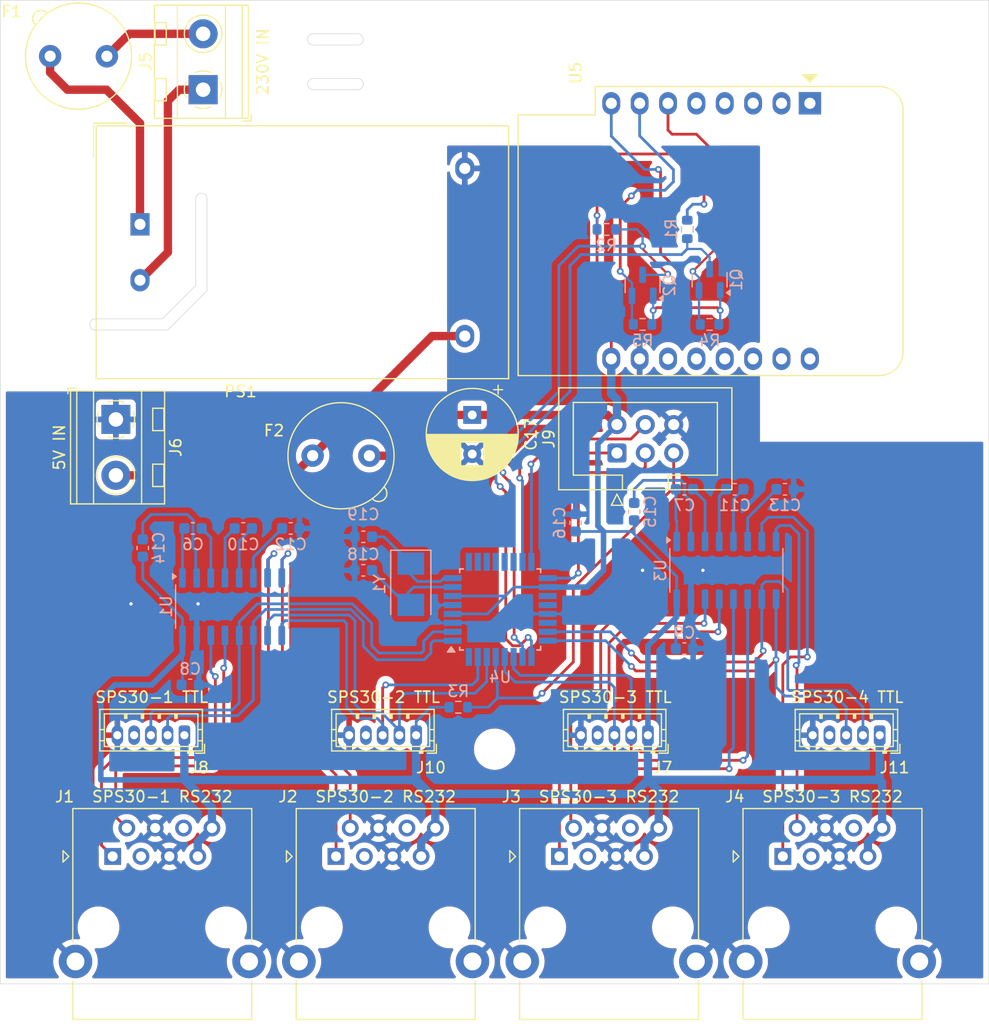
<source format=kicad_pcb>
(kicad_pcb (version 20221018) (generator pcbnew)
  (layers (0 "F.Cu" signal) (31 "B.Cu" signal) (34 "B.Paste" user) (35 "F.Paste" user) (36 "B.SilkS" user "B.Silkscreen") (37 "F.SilkS" user "F.Silkscreen") (38 "B.Mask" user) (39 "F.Mask" user) (44 "Edge.Cuts" user))
  (net 0 "")
  (net 1 "Net-(U1-C1+)")
  (net 2 "Net-(U1-C1-)")
  (net 3 "GND")
  (net 4 "+5V")
  (net 5 "Net-(U1-C2+)")
  (net 6 "Net-(U1-C2-)")
  (net 7 "Net-(U1-VS-)")
  (net 8 "Net-(U1-VS+)")
  (net 9 "Net-(U3-C1+)")
  (net 10 "Net-(U3-C1-)")
  (net 11 "Net-(U3-C2+)")
  (net 12 "Net-(U3-C2-)")
  (net 13 "Net-(U3-VS-)")
  (net 14 "Net-(U3-VS+)")
  (net 15 "Net-(PS1-AC{slash}L)")
  (net 16 "Sensor1 RX")
  (net 17 "Sensor1 TX")
  (net 18 "Sensor2 RX")
  (net 19 "Sensor2 TX")
  (net 20 "Sensor3 RX")
  (net 21 "Sensor3 TX")
  (net 22 "Sensor4 RX")
  (net 23 "Sensor4 TX")
  (net 24 "Net-(U3-T1OUT)")
  (net 25 "Net-(U3-R1IN)")
  (net 26 "Net-(U3-T2OUT)")
  (net 27 "Net-(U3-R2IN)")
  (net 28 "Net-(U1-T1OUT)")
  (net 29 "Net-(U1-R1IN)")
  (net 30 "Net-(U1-T2OUT)")
  (net 31 "Net-(U1-R2IN)")
  (net 32 "Net-(J9-MISO)")
  (net 33 "Net-(J9-SCK)")
  (net 34 "Net-(J9-MOSI)")
  (net 35 "Net-(J9-~{RST})")
  (net 36 "+3.3V")
  (net 37 "Net-(Q1-S)")
  (net 38 "Net-(Q1-D)")
  (net 39 "Net-(Q2-S)")
  (net 40 "Net-(Q2-D)")
  (net 45 "Net-(U4-XTAL1{slash}PB6)")
  (net 46 "Net-(U4-XTAL2{slash}PB7)")
  (net 47 "Net-(J5-Pin_2)")
  (net 48 "Net-(J6-Pin_2)")
  (net 57 "Net-(J5-Pin_1)")
  (footprint "Connector_RJ:RJ45_Ninigi_GE" (layer "F.Cu") (at 87.555 155.595)
    (fp_text reference "J3")
    (fp_text value "SPS30-3 RS232")
  )
  (footprint "Connector_RJ:RJ45_Ninigi_GE" (layer "F.Cu") (at 47.555 155.595)
    (fp_text reference "J1")
    (fp_text value "SPS30-1 RS232")
  )
  (footprint "Capacitor_THT:CP_Radial_D8.0mm_P3.50mm" (layer "F.Cu") (at 79.75 116.097349 -90)
    (fp_text reference "C17")
    (fp_text value "47uF/16V")
  )
  (footprint "footprints:JST_ZH_B5B-ZR_1x5_P1.50mm_Vertical" (layer "F.Cu") (at 116.228 144.75 180)
    (fp_text reference "J11")
    (fp_text value "SPS30-4 TTL")
  )
  (footprint "footprints:JST_ZH_B5B-ZR_1x5_P1.50mm_Vertical" (layer "F.Cu") (at 74.728 144.75 180)
    (fp_text reference "J10")
    (fp_text value "SPS30-2 TTL")
  )
  (footprint "MountingHole:MountingHole_3.2mm_M3_ISO14580" (layer "F.Cu") (at 81.75 146)
    (fp_text reference "H1" hide)
    (fp_text value "MountingHole" hide)
  )
  (footprint "Fuse:Fuseholder_TR5_Littelfuse_No560_No460" (layer "F.Cu") (at 65.46 119.74)
    (fp_text reference "F2")
    (fp_text value "Fuse")
  )
  (footprint "Module:WEMOS_D1_mini_light" (layer "F.Cu") (at 109.9775 88.2175 -90)
    (fp_text reference "U5")
    (fp_text value "WeMos_D1_mini")
  )
  (footprint "TerminalBlock_MetzConnect:TerminalBlock_MetzConnect_Type094_RT03502HBLU_1x02_P5.00mm_Horizontal" (layer "F.Cu") (at 55.655 87 90)
    (fp_text reference "J5")
    (fp_text value "230V IN")
  )
  (footprint "Connector_IDC:IDC-Header_2x03_P2.54mm_Vertical" (layer "F.Cu") (at 92.705 119.5025 90)
    (fp_text reference "J9")
    (fp_text value "AVR-ISP")
  )
  (footprint "Connector_RJ:RJ45_Ninigi_GE" (layer "F.Cu") (at 107.555 155.595)
    (fp_text reference "J4")
    (fp_text value "SPS30-3 RS232")
  )
  (footprint "Fuse:Fuseholder_TR5_Littelfuse_No560_No460" (layer "F.Cu") (at 47.04 84.01 180)
    (fp_text reference "F1")
    (fp_text value "Fuse")
  )
  (footprint "Connector_RJ:RJ45_Ninigi_GE" (layer "F.Cu") (at 67.555 155.595)
    (fp_text reference "J2")
    (fp_text value "SPS30-2 RS232")
  )
  (footprint "footprints:JST_ZH_B5B-ZR_1x5_P1.50mm_Vertical" (layer "F.Cu") (at 53.978 144.75 180)
    (fp_text reference "J8")
    (fp_text value "SPS30-1 TTL")
  )
  (footprint "Converter_ACDC:Converter_ACDC_Hi-Link_HLK-PMxx" (layer "F.Cu") (at 50.0025 99.0425)
    (fp_text reference "PS1")
    (fp_text value "HLK-PM01")
  )
  (footprint "TerminalBlock_MetzConnect:TerminalBlock_MetzConnect_Type094_RT03502HBLU_1x02_P5.00mm_Horizontal" (layer "F.Cu") (at 47.845 116.5 -90)
    (fp_text reference "J6")
    (fp_text value "5V IN")
  )
  (footprint "MountingHole:MountingHole_3.2mm_M3_ISO14580" (layer "F.Cu") (at 122 93)
    (fp_text reference "H3" hide)
    (fp_text value "MountingHole" hide)
  )
  (footprint "footprints:JST_ZH_B5B-ZR_1x5_P1.50mm_Vertical" (layer "F.Cu") (at 95.478 144.75 180)
    (fp_text reference "J7")
    (fp_text value "SPS30-3 TTL")
  )
  (footprint "MountingHole:MountingHole_3.2mm_M3_ISO14580" (layer "F.Cu") (at 42 93)
    (fp_text reference "H2" hide)
    (fp_text value "MountingHole" hide)
  )
  (footprint "Capacitor_SMD:C_0603_1608Metric" (layer "B.Cu") (at 54.5 140.25 180)
    (fp_text reference "C8")
    (fp_text value "100n")
  )
  (footprint "Package_TO_SOT_SMD:SOT-23" (layer "B.Cu") (at 101 104 90)
    (fp_text reference "Q1")
    (fp_text value "BSS138")
  )
  (footprint "Capacitor_SMD:C_0603_1608Metric" (layer "B.Cu") (at 98.75 137 180)
    (fp_text reference "C9")
    (fp_text value "100n")
  )
  (footprint "Resistor_SMD:R_0603_1608Metric" (layer "B.Cu") (at 95 108)
    (fp_text reference "R5")
    (fp_text value "10k")
  )
  (footprint "Crystal:Crystal_SMD_5032-2Pin_5.0x3.2mm" (layer "B.Cu") (at 74.25 131.25 -90)
    (fp_text reference "Y1")
    (fp_text value "8MHz")
  )
  (footprint "Capacitor_SMD:C_0603_1608Metric" (layer "B.Cu") (at 103.25 122.75)
    (fp_text reference "C11")
    (fp_text value "100n")
  )
  (footprint "Resistor_SMD:R_0603_1608Metric" (layer "B.Cu") (at 78.5 142.25 180)
    (fp_text reference "R3")
    (fp_text value "10k")
  )
  (footprint "Capacitor_SMD:C_0603_1608Metric" (layer "B.Cu") (at 94.25 124.75 90)
    (fp_text reference "C15")
    (fp_text value "100n")
  )
  (footprint "Resistor_SMD:R_0603_1608Metric" (layer "B.Cu") (at 91.75 99.5)
    (fp_text reference "R2")
    (fp_text value "10k")
  )
  (footprint "Package_TO_SOT_SMD:SOT-23" (layer "B.Cu") (at 95 104.5 90)
    (fp_text reference "Q2")
    (fp_text value "BSS138")
  )
  (footprint "Capacitor_SMD:C_0603_1608Metric" (layer "B.Cu") (at 107.75 122.75)
    (fp_text reference "C13")
    (fp_text value "100n")
  )
  (footprint "Capacitor_SMD:C_0603_1608Metric" (layer "B.Cu") (at 59.25 126.25)
    (fp_text reference "C10")
    (fp_text value "100n")
  )
  (footprint "Capacitor_SMD:C_0603_1608Metric" (layer "B.Cu") (at 89 125.75 -90)
    (fp_text reference "C16")
    (fp_text value "100n")
  )
  (footprint "Package_SO:SO-16_3.9x9.9mm_P1.27mm" (layer "B.Cu") (at 58.25 133.25 -90)
    (fp_text reference "U1")
    (fp_text value "MAX232A")
  )
  (footprint "Capacitor_SMD:C_0603_1608Metric" (layer "B.Cu") (at 63.5 126.25)
    (fp_text reference "C12")
    (fp_text value "100n")
  )
  (footprint "Resistor_SMD:R_0603_1608Metric" (layer "B.Cu") (at 101 108)
    (fp_text reference "R4")
    (fp_text value "10k")
  )
  (footprint "Capacitor_SMD:C_0603_1608Metric" (layer "B.Cu") (at 70 127)
    (fp_text reference "C19")
    (fp_text value "22p")
  )
  (footprint "Package_QFP:TQFP-32_7x7mm_P0.8mm" (layer "B.Cu") (at 82.25 133.5)
    (fp_text reference "U4")
    (fp_text value "ATmega168-20A")
  )
  (footprint "Capacitor_SMD:C_0603_1608Metric" (layer "B.Cu") (at 70 130 180)
    (fp_text reference "C18")
    (fp_text value "22p")
  )
  (footprint "Package_SO:SO-16_3.9x9.9mm_P1.27mm" (layer "B.Cu") (at 102.5 130 -90)
    (fp_text reference "U3")
    (fp_text value "MAX232A")
  )
  (footprint "Resistor_SMD:R_0603_1608Metric" (layer "B.Cu") (at 99 99.5 -90)
    (fp_text reference "R1")
    (fp_text value "10k")
  )
  (footprint "Capacitor_SMD:C_0603_1608Metric" (layer "B.Cu") (at 98.75 122.75)
    (fp_text reference "C7")
    (fp_text value "100n")
  )
  (footprint "Capacitor_SMD:C_0603_1608Metric" (layer "B.Cu") (at 50.25 128 90)
    (fp_text reference "C14")
    (fp_text value "100n")
  )
  (footprint "Capacitor_SMD:C_0603_1608Metric" (layer "B.Cu") (at 54.75 126.25)
    (fp_text reference "C6")
    (fp_text value "100n")
  )
  (gr_line (start 55 104.5) (end 52 107.5) (stroke (width 0.05)) (layer "Edge.Cuts"))
  (gr_arc (start 55 96.75) (mid 55.5 96.25) (end 56 96.75) (stroke (width 0.05)) (layer "Edge.Cuts"))
  (gr_line (start 65.5 82) (end 69.5 82) (stroke (width 0.05)) (layer "Edge.Cuts"))
  (gr_arc (start 65.5 87) (mid 65 86.5) (end 65.5 86) (stroke (width 0.05)) (layer "Edge.Cuts"))
  (gr_line (start 69.5 86) (end 65.5 86) (stroke (width 0.05)) (layer "Edge.Cuts"))
  (gr_arc (start 69.5 86) (mid 70 86.5) (end 69.5 87) (stroke (width 0.05)) (layer "Edge.Cuts"))
  (gr_line (start 56 105) (end 56 96.75) (stroke (width 0.05)) (layer "Edge.Cuts"))
  (gr_arc (start 46 108.5) (mid 45.5 108) (end 46 107.5) (stroke (width 0.05)) (layer "Edge.Cuts"))
  (gr_arc (start 69.5 82) (mid 70 82.5) (end 69.5 83) (stroke (width 0.05)) (layer "Edge.Cuts"))
  (gr_line (start 55 96.75) (end 55 104.5) (stroke (width 0.05)) (layer "Edge.Cuts"))
  (gr_line (start 65.5 87) (end 69.5 87) (stroke (width 0.05)) (layer "Edge.Cuts"))
  (gr_line (start 126 79) (end 37.5 79) (stroke (width 0.05)) (layer "Edge.Cuts"))
  (gr_line (start 52.5 108.5) (end 56 105) (stroke (width 0.05)) (layer "Edge.Cuts"))
  (gr_arc (start 65.5 83) (mid 65 82.5) (end 65.5 82) (stroke (width 0.05)) (layer "Edge.Cuts"))
  (gr_line (start 46 108.5) (end 52.5 108.5) (stroke (width 0.05)) (layer "Edge.Cuts"))
  (gr_line (start 69.5 83) (end 65.5 83) (stroke (width 0.05)) (layer "Edge.Cuts"))
  (gr_line (start 126 167) (end 126 79) (stroke (width 0.05)) (layer "Edge.Cuts"))
  (gr_line (start 52 107.5) (end 46 107.5) (stroke (width 0.05)) (layer "Edge.Cuts"))
  (gr_line (start 37.5 79) (end 37.5 167) (stroke (width 0.05)) (layer "Edge.Cuts"))
  (gr_line (start 37.5 167) (end 126 167) (stroke (width 0.05)) (layer "Edge.Cuts"))
  (segment (start 53.805 126.42) (end 53.975 126.25) (width 0.25) (layer "B.Cu") (net 1))
  (segment (start 53.805 130.675) (end 53.805 126.42) (width 0.25) (layer "B.Cu") (net 1))
  (segment (start 55.525 126.25) (end 56.345 127.07) (width 0.25) (layer "B.Cu") (net 2))
  (segment (start 56.345 127.07) (end 56.345 130.675) (width 0.25) (layer "B.Cu") (net 2))
  (via (at 55.2 133) (size 0.6) (drill 0.3) (layers "F.Cu" "B.Cu") (net 3))
  (via (at 95 130) (size 0.6) (drill 0.3) (layers "F.Cu" "B.Cu") (net 3))
  (via (at 49.2 133) (size 0.6) (drill 0.3) (layers "F.Cu" "B.Cu") (net 3))
  (via (at 100.4 130) (size 0.6) (drill 0.3) (layers "F.Cu" "B.Cu") (net 3))
  (segment (start 86.5 133.9) (end 88 133.9) (width 0.25) (layer "B.Cu") (net 3))
  (segment (start 85.1 133.9) (end 86.5 133.9) (width 0.25) (layer "B.Cu") (net 3))
  (segment (start 76.95 133.1) (end 76.15 133.9) (width 0.25) (layer "B.Cu") (net 3))
  (segment (start 76.95 134.7) (end 78 134.7) (width 0.25) (layer "B.Cu") (net 3))
  (segment (start 84.3 134.7) (end 85.1 133.9) (width 0.25) (layer "B.Cu") (net 3))
  (segment (start 78 133.1) (end 76.95 133.1) (width 0.25) (layer "B.Cu") (net 3))
  (segment (start 78 134.7) (end 84.3 134.7) (width 0.25) (layer "B.Cu") (net 3))
  (segment (start 76.15 133.9) (end 76.95 134.7) (width 0.25) (layer "B.Cu") (net 3))
  (segment (start 90.925 94) (end 90.925 98.25) (width 0.25) (layer "F.Cu") (net 4))
  (segment (start 77.902651 116.097349) (end 79.75 116.097349) (width 0.75) (layer "F.Cu") (net 4))
  (segment (start 100.5 93.25) (end 100 92.75) (width 0.25) (layer "F.Cu") (net 4))
  (segment (start 70.54 119.75) (end 74.25 119.75) (width 0.75) (layer "F.Cu") (net 4))
  (segment (start 74.25 119.75) (end 77.902651 116.097349) (width 0.75) (layer "F.Cu") (net 4))
  (segment (start 91.75 92.75) (end 90.925 93.575) (width 0.25) (layer "F.Cu") (net 4))
  (segment (start 100.5 97.175) (end 100.5 97.25) (width 0.25) (layer "F.Cu") (net 4))
  (segment (start 79.75 116.097349) (end 91.839849 116.097349) (width 0.75) (layer "F.Cu") (net 4))
  (segment (start 100 92.75) (end 91.75 92.75) (width 0.25) (layer "F.Cu") (net 4))
  (segment (start 90.925 99.5) (end 90.925 107.2275) (width 0.25) (layer "F.Cu") (net 4))
  (segment (start 92.1975 108.5) (end 92.1975 111.0775) (width 0.25) (layer "F.Cu") (net 4))
  (segment (start 91.839849 116.097349) (end 92.705 116.9625) (width 0.75) (layer "F.Cu") (net 4))
  (segment (start 100.5 97.175) (end 100.5 93.25) (width 0.25) (layer "F.Cu") (net 4))
  (segment (start 90.925 98.25) (end 90.925 99.5) (width 0.25) (layer "F.Cu") (net 4))
  (segment (start 90.925 107.2275) (end 92.1975 108.5) (width 0.25) (layer "F.Cu") (net 4))
  (segment (start 90.925 93.575) (end 90.925 94) (width 0.25) (layer "F.Cu") (net 4))
  (via (at 100.5 97.25) (size 0.6) (drill 0.3) (layers "F.Cu" "B.Cu") (net 4))
  (via (at 90.925 98.25) (size 0.6) (drill 0.3) (layers "F.Cu" "B.Cu") (net 4))
  (segment (start 81.1 133.9) (end 82.7 132.3) (width 0.25) (layer "B.Cu") (net 4))
  (segment (start 91.5 126.525) (end 91 126.025) (width 0.5) (layer "B.Cu") (net 4))
  (segment (start 74.728 148.75) (end 75.978 150) (width 0.75) (layer "B.Cu") (net 4))
  (segment (start 95.478 136.747) (end 97.975 134.25) (width 0.5) (layer "B.Cu") (net 4))
  (segment (start 116.445 153.055) (end 116.445 148.967) (width 0.75) (layer "B.Cu") (net 4))
  (segment (start 115.175 154.325) (end 116.445 153.055) (width 0.75) (layer "B.Cu") (net 4))
  (segment (start 46.5 148.75) (end 46.5 141.5) (width 0.5) (layer "B.Cu") (net 4))
  (segment (start 53.978 148.75) (end 74.5 148.75) (width 0.75) (layer "B.Cu") (net 4))
  (segment (start 91.5 126.525) (end 94.025 126.525) (width 0.25) (layer "B.Cu") (net 4))
  (segment (start 91 126.025) (end 91 118.6675) (width 0.5) (layer "B.Cu") (net 4))
  (segment (start 94.025 126.525) (end 94.25 126.75) (width 0.25) (layer "B.Cu") (net 4))
  (segment (start 99 97.75) (end 99 98.675) (width 0.25) (layer "B.Cu") (net 4))
  (segment (start 55.175 155.595) (end 55.175 154.325) (width 0.75) (layer "B.Cu") (net 4))
  (segment (start 92.705 116.9625) (end 92.705 114.705) (width 0.75) (layer "B.Cu") (net 4))
  (segment (start 96.445 153.055) (end 96.445 149.717) (width 0.75) (layer "B.Cu") (net 4))
  (segment (start 56.445 151.217) (end 53.978 148.75) (width 0.75) (layer "B.Cu") (net 4))
  (segment (start 94.25 126.75) (end 98.055 130.555) (width 0.25) (layer "B.Cu") (net 4))
  (segment (start 91 118.6675) (end 92.705 116.9625) (width 0.5) (layer "B.Cu") (net 4))
  (segment (start 95.175 155.595) (end 95.175 154.325) (width 0.75) (layer "B.Cu") (net 4))
  (segment (start 95.478 144.75) (end 95.478 136.747) (width 0.5) (layer "B.Cu") (net 4))
  (segment (start 95.478 148.75) (end 116.228 148.75) (width 0.75) (layer "B.Cu") (net 4))
  (segment (start 74.728 144.75) (end 74.728 143.522) (width 0.25) (layer "B.Cu") (net 4))
  (segment (start 99.5 97.25) (end 99 97.75) (width 0.25) (layer "B.Cu") (net 4))
  (segment (start 47.75 140.25) (end 51.055 140.25) (width 0.5) (layer "B.Cu") (net 4))
  (segment (start 86.5 131.5) (end 83.5 131.5) (width 0.25) (layer "B.Cu") (net 4))
  (segment (start 90 131.5) (end 91.5 130) (width 0.5) (layer "B.Cu") (net 4))
  (segment (start 53.805 140.17) (end 53.725 140.25) (width 0.25) (layer "B.Cu") (net 4))
  (segment (start 53.805 137.5) (end 53.805 135.825) (width 0.5) (layer "B.Cu") (net 4))
  (segment (start 116.445 148.967) (end 116.228 148.75) (width 0.75) (layer "B.Cu") (net 4))
  (segment (start 94.228 150) (end 95.478 148.75) (width 0.75) (layer "B.Cu") (net 4))
  (segment (start 53.978 144.75) (end 53.978 148.75) (width 0.75) (layer "B.Cu") (net 4))
  (segment (start 53.805 137.5) (end 53.805 140.17) (width 0.25) (layer "B.Cu") (net 4))
  (segment (start 55.175 154.325) (end 56.445 153.055) (width 0.75) (layer "B.Cu") (net 4))
  (segment (start 78 133.9) (end 81.1 133.9) (width 0.25) (layer "B.Cu") (net 4))
  (segment (start 75.175 154.325) (end 76.445 153.055) (width 0.75) (layer "B.Cu") (net 4))
  (segment (start 115.175 155.595) (end 115.175 154.325) (width 0.75) (layer "B.Cu") (net 4))
  (segment (start 74.5 148.75) (end 74.728 148.75) (width 0.75) (layer "B.Cu") (net 4))
  (segment (start 56.445 153.055) (end 56.445 151.217) (width 0.75) (layer "B.Cu") (net 4))
  (segment (start 89 126.525) (end 91.5 126.525) (width 0.25) (layer "B.Cu") (net 4))
  (segment (start 95.175 154.325) (end 96.445 153.055) (width 0.75) (layer "B.Cu") (net 4))
  (segment (start 76.445 153.055) (end 76.445 150.695) (width 0.75) (layer "B.Cu") (net 4))
  (segment (start 91.5 130) (end 91.5 126.525) (width 0.5) (layer "B.Cu") (net 4))
  (segment (start 94.25 125.525) (end 94.25 126.75) (width 0.25) (layer "B.Cu") (net 4))
  (segment (start 50.25 130.75) (end 53.805 134.305) (width 0.25) (layer "B.Cu") (net 4))
  (segment (start 74.728 144.75) (end 74.728 148.75) (width 0.75) (layer "B.Cu") (net 4))
  (segment (start 53.805 134.305) (end 53.805 135.825) (width 0.25) (layer "B.Cu") (net 4))
  (segment (start 50.25 128.775) (end 50.25 130.75) (width 0.25) (layer "B.Cu") (net 4))
  (segment (start 53.978 148.75) (end 46.5 148.75) (width 0.5) (layer "B.Cu") (net 4))
  (segment (start 98.055 132.575) (end 98.055 134.17) (width 0.5) (layer "B.Cu") (net 4))
  (segment (start 82.7 132.3) (end 78 132.3) (width 0.25) (layer "B.Cu") (net 4))
  (segment (start 96.445 149.717) (end 95.478 148.75) (width 0.75) (layer "B.Cu") (net 4))
  (segment (start 86.5 131.5) (end 90 131.5) (width 0.5) (layer "B.Cu") (net 4))
  (segment (start 98.055 130.555) (end 98.055 132.575) (width 0.25) (layer "B.Cu") (net 4))
  (segment (start 98.055 134.17) (end 97.975 134.25) (width 0.5) (layer "B.Cu") (net 4))
  (segment (start 76.445 150.695) (end 74.5 148.75) (width 0.75) (layer "B.Cu") (net 4))
  (segment (start 46.5 141.5) (end 47.75 140.25) (width 0.5) (layer "B.Cu") (net 4))
  (segment (start 75.978 150) (end 94.228 150) (width 0.75) (layer "B.Cu") (net 4))
  (segment (start 116.228 144.75) (end 116.228 148.75) (width 0.75) (layer "B.Cu") (net 4))
  (segment (start 83.5 131.5) (end 82.7 132.3) (width 0.25) (layer "B.Cu") (net 4))
  (segment (start 74.728 143.522) (end 76 142.25) (width 0.25) (layer "B.Cu") (net 4))
  (segment (start 92.1975 114.1975) (end 92.1975 111.0775) (width 0.75) (layer "B.Cu") (net 4))
  (segment (start 76 142.25) (end 77.675 142.25) (width 0.25) (layer "B.Cu") (net 4))
  (segment (start 100.5 97.25) (end 99.5 97.25) (width 0.25) (layer "B.Cu") (net 4))
  (segment (start 97.975 137) (end 97.975 134.25) (width 0.25) (layer "B.Cu") (net 4))
  (segment (start 75.175 155.595) (end 75.175 154.325) (width 0.75) (layer "B.Cu") (net 4))
  (segment (start 95.478 144.75) (end 95.478 148.75) (width 0.75) (layer "B.Cu") (net 4))
  (segment (start 92.705 114.705) (end 92.1975 114.1975) (width 0.75) (layer "B.Cu") (net 4))
  (segment (start 90.925 99.5) (end 90.925 98.25) (width 0.2) (layer "B.Cu") (net 4))
  (segment (start 51.055 140.25) (end 53.805 137.5) (width 0.5) (layer "B.Cu") (net 4))
  (segment (start 57.615 127.11) (end 58.475 126.25) (width 0.25) (layer "B.Cu") (net 5))
  (segment (start 57.615 130.675) (end 57.615 127.11) (width 0.25) (layer "B.Cu") (net 5))
  (segment (start 58.885 127.39) (end 60.025 126.25) (width 0.25) (layer "B.Cu") (net 6))
  (segment (start 58.885 130.675) (end 58.885 127.39) (width 0.25) (layer "B.Cu") (net 6))
  (segment (start 60.155 128.82) (end 62.725 126.25) (width 0.25) (layer "B.Cu") (net 7))
  (segment (start 60.155 130.675) (end 60.155 128.82) (width 0.25) (layer "B.Cu") (net 7))
  (segment (start 55 128.25) (end 55 130.6) (width 0.25) (layer "B.Cu") (net 8))
  (segment (start 54.75 128) (end 55 128.25) (width 0.25) (layer "B.Cu") (net 8))
  (segment (start 50.25 127.225) (end 50.25 125.75) (width 0.25) (layer "B.Cu") (net 8))
  (segment (start 54.75 125.5) (end 54.75 128) (width 0.25) (layer "B.Cu") (net 8))
  (segment (start 54.25 125) (end 54.75 125.5) (width 0.25) (layer "B.Cu") (net 8))
  (segment (start 50.25 125.75) (end 51 125) (width 0.25) (layer "B.Cu") (net 8))
  (segment (start 51 125) (end 54.25 125) (width 0.25) (layer "B.Cu") (net 8))
  (segment (start 55 130.6) (end 55.075 130.675) (width 0.25) (layer "B.Cu") (net 8))
  (segment (start 98.055 125.555) (end 98.055 127.425) (width 0.25) (layer "B.Cu") (net 9))
  (segment (start 97.975 125.475) (end 98.055 125.555) (width 0.25) (layer "B.Cu") (net 9))
  (segment (start 97.975 122.75) (end 97.975 125.475) (width 0.25) (layer "B.Cu") (net 9))
  (segment (start 99.525 122.75) (end 100.595 123.82) (width 0.25) (layer "B.Cu") (net 10))
  (segment (start 100.595 123.82) (end 100.595 127.425) (width 0.25) (layer "B.Cu") (net 10))
  (segment (start 101.865 123.36) (end 102.475 122.75) (width 0.25) (layer "B.Cu") (net 11))
  (segment (start 101.865 127.425) (end 101.865 123.36) (width 0.25) (layer "B.Cu") (net 11))
  (segment (start 104.025 122.75) (end 103.135 123.64) (width 0.25) (layer "B.Cu") (net 12))
  (segment (start 103.135 123.64) (end 103.135 127.425) (width 0.25) (layer "B.Cu") (net 12))
  (segment (start 104.405 125.32) (end 104.405 127.425) (width 0.25) (layer "B.Cu") (net 13))
  (segment (start 106.975 122.75) (end 104.405 125.32) (width 0.25) (layer "B.Cu") (net 13))
  (segment (start 99.325 123.809052) (end 98.75 123.234052) (width 0.25) (layer "B.Cu") (net 14))
  (segment (start 95.05 121.95) (end 94.25 122.75) (width 0.25) (layer "B.Cu") (net 14))
  (segment (start 98.75 122.265948) (end 98.434052 121.95) (width 0.25) (layer "B.Cu") (net 14))
  (segment (start 94.25 122.75) (end 94.25 123.975) (width 0.25) (layer "B.Cu") (net 14))
  (segment (start 98.75 123.234052) (end 98.75 122.265948) (width 0.25) (layer "B.Cu") (net 14))
  (segment (start 99.325 127.425) (end 99.325 123.809052) (width 0.25) (layer "B.Cu") (net 14))
  (segment (start 98.434052 121.95) (end 95.05 121.95) (width 0.25) (layer "B.Cu") (net 14))
  (segment (start 41.96 85.46) (end 43.5 87) (width 0.75) (layer "F.Cu") (net 15))
  (segment (start 47 87) (end 50.0025 90.0025) (width 0.75) (layer "F.Cu") (net 15))
  (segment (start 43.5 87) (end 47 87) (width 0.75) (layer "F.Cu") (net 15))
  (segment (start 41.96 84) (end 41.96 85.46) (width 0.75) (layer "F.Cu") (net 15))
  (segment (start 50.0025 90.0025) (end 50.0025 99.0425) (width 0.75) (layer "F.Cu") (net 15))
  (segment (start 58.75 143) (end 52.75 143) (width 0.25) (layer "B.Cu") (net 16))
  (segment (start 52.478 143.272) (end 52.478 144.75) (width 0.25) (layer "B.Cu") (net 16))
  (segment (start 61.25 133.5) (end 68.886396 133.5) (width 0.25) (layer "B.Cu") (net 16))
  (segment (start 60.155 135.825) (end 60.155 141.595) (width 0.25) (layer "B.Cu") (net 16))
  (segment (start 60.155 134.595) (end 61.25 133.5) (width 0.25) (layer "B.Cu") (net 16))
  (segment (start 70 134.613604) (end 70 136.8) (width 0.25) (layer "B.Cu") (net 16))
  (segment (start 76.05 136.55) (end 76.3 136.3) (width 0.25) (layer "B.Cu") (net 16))
  (segment (start 75.45 138) (end 76.05 137.4) (width 0.25) (layer "B.Cu") (net 16))
  (segment (start 71.2 138) (end 75.45 138) (width 0.25) (layer "B.Cu") (net 16))
  (segment (start 76.05 137.4) (end 76.05 136.55) (width 0.25) (layer "B.Cu") (net 16))
  (segment (start 70 136.8) (end 71.2 138) (width 0.25) (layer "B.Cu") (net 16))
  (segment (start 60.155 141.595) (end 58.75 143) (width 0.25) (layer "B.Cu") (net 16))
  (segment (start 68.886396 133.5) (end 70 134.613604) (width 0.25) (layer "B.Cu") (net 16))
  (segment (start 52.75 143) (end 52.478 143.272) (width 0.25) (layer "B.Cu") (net 16))
  (segment (start 60.155 135.825) (end 60.155 134.595) (width 0.25) (layer "B.Cu") (net 16))
  (segment (start 76.3 136.3) (end 78 136.3) (width 0.25) (layer "B.Cu") (net 16))
  (segment (start 71.4 137.4) (end 75.2 137.4) (width 0.25) (layer "B.Cu") (net 17))
  (segment (start 51.25 142.5) (end 58.25 142.5) (width 0.25) (layer "B.Cu") (net 17))
  (segment (start 58.25 142.5) (end 58.885 141.865) (width 0.25) (layer "B.Cu") (net 17))
  (segment (start 69.022792 133) (end 70.75 134.727208) (width 0.25) (layer "B.Cu") (net 17))
  (segment (start 58.885 141.865) (end 58.885 135.825) (width 0.25) (layer "B.Cu") (net 17))
  (segment (start 75.4 136.35) (end 76.25 135.5) (width 0.25) (layer "B.Cu") (net 17))
  (segment (start 70.75 134.727208) (end 70.75 136.75) (width 0.25) (layer "B.Cu") (net 17))
  (segment (start 50.978 142.772) (end 51.25 142.5) (width 0.25) (layer "B.Cu") (net 17))
  (segment (start 58.885 135.825) (end 58.885 134.615) (width 0.25) (layer "B.Cu") (net 17))
  (segment (start 58.885 134.615) (end 60.5 133) (width 0.25) (layer "B.Cu") (net 17))
  (segment (start 75.4 137.2) (end 75.4 136.35) (width 0.25) (layer "B.Cu") (net 17))
  (segment (start 60.5 133) (end 69.022792 133) (width 0.25) (layer "B.Cu") (net 17))
  (segment (start 75.2 137.4) (end 75.4 137.2) (width 0.25) (layer "B.Cu") (net 17))
  (segment (start 50.978 144.75) (end 50.978 142.772) (width 0.25) (layer "B.Cu") (net 17))
  (segment (start 70.75 136.75) (end 71.4 137.4) (width 0.25) (layer "B.Cu") (net 17))
  (segment (start 76.25 135.5) (end 78 135.5) (width 0.25) (layer "B.Cu") (net 17))
  (segment (start 71.643 142.75) (end 73.228 144.335) (width 0.25) (layer "B.Cu") (net 18))
  (segment (start 68.75 134) (end 69.25 134.5) (width 0.25) (layer "B.Cu") (net 18))
  (segment (start 80 141) (end 81.05 139.95) (width 0.25) (layer "B.Cu") (net 18))
  (segment (start 73.228 141.522) (end 73.75 141) (width 0.25) (layer "B.Cu") (net 18))
  (segment (start 73.228 144.75) (end 73.228 141.522) (width 0.25) (layer "B.Cu") (net 18))
  (segment (start 69.25 142) (end 70 142.75) (width 0.25) (layer "B.Cu") (net 18))
  (segment (start 69.25 134.5) (end 69.25 142) (width 0.25) (layer "B.Cu") (net 18))
  (segment (start 81.05 139.95) (end 81.05 137.75) (width 0.25) (layer "B.Cu") (net 18))
  (segment (start 70 142.75) (end 71.643 142.75) (width 0.25) (layer "B.Cu") (net 18))
  (segment (start 61.425 135.825) (end 61.425 134.575) (width 0.25) (layer "B.Cu") (net 18))
  (segment (start 73.75 141) (end 80 141) (width 0.25) (layer "B.Cu") (net 18))
  (segment (start 62 134) (end 68.75 134) (width 0.25) (layer "B.Cu") (net 18))
  (segment (start 73.228 144.335) (end 73.228 144.75) (width 0.25) (layer "B.Cu") (net 18))
  (segment (start 61.425 134.575) (end 62 134) (width 0.25) (layer "B.Cu") (net 18))
  (segment (start 71.728 140.522) (end 71.728 144.75) (width 0.25) (layer "F.Cu") (net 19))
  (segment (start 72 140.25) (end 71.728 140.522) (width 0.25) (layer "F.Cu") (net 19))
  (via (at 72 140.25) (size 0.6) (drill 0.3) (layers "F.Cu" "B.Cu") (net 19))
  (segment (start 68.25 134.5) (end 63 134.5) (width 0.25) (layer "B.Cu") (net 19))
  (segment (start 79.75 140.25) (end 72 140.25) (width 0.25) (layer "B.Cu") (net 19))
  (segment (start 68.5 142.25) (end 68.5 134.75) (width 0.25) (layer "B.Cu") (net 19))
  (segment (start 71.728 143.728) (end 71.25 143.25) (width 0.25) (layer "B.Cu") (net 19))
  (segment (start 68.5 134.75) (end 68.25 134.5) (width 0.25) (layer "B.Cu") (net 19))
  (segment (start 71.25 143.25) (end 69.5 143.25) (width 0.25) (layer "B.Cu") (net 19))
  (segment (start 71.728 144.75) (end 71.728 143.728) (width 0.25) (layer "B.Cu") (net 19))
  (segment (start 63 134.5) (end 62.695 134.805) (width 0.25) (layer "B.Cu") (net 19))
  (segment (start 80.25 137.75) (end 80.25 139.75) (width 0.25) (layer "B.Cu") (net 19))
  (segment (start 80.25 139.75) (end 79.75 140.25) (width 0.25) (layer "B.Cu") (net 19))
  (segment (start 69.5 143.25) (end 68.5 142.25) (width 0.25) (layer "B.Cu") (net 19))
  (segment (start 62.695 134.805) (end 62.695 135.825) (width 0.25) (layer "B.Cu") (net 19))
  (segment (start 93.978 146.478) (end 93.978 144.75) (width 0.25) (layer "F.Cu") (net 20))
  (segment (start 94.5 147) (end 93.978 146.478) (width 0.25) (layer "F.Cu") (net 20))
  (segment (start 104 147) (end 94.5 147) (width 0.25) (layer "F.Cu") (net 20))
  (via (at 104 147) (size 0.6) (drill 0.3) (layers "F.Cu" "B.Cu") (net 20))
  (segment (start 84.05 139.4) (end 93.6 139.4) (width 0.25) (layer "B.Cu") (net 20))
  (segment (start 104.405 132.575) (end 104.405 146.595) (width 0.25) (layer "B.Cu") (net 20))
  (segment (start 93.978 139.778) (end 93.978 144.75) (width 0.25) (layer "B.Cu") (net 20))
  (segment (start 83.45 138.8) (end 84.05 139.4) (width 0.25) (layer "B.Cu") (net 20))
  (segment (start 104.405 146.595) (end 104 147) (width 0.25) (layer "B.Cu") (net 20))
  (segment (start 83.45 137.75) (end 83.45 138.8) (width 0.25) (layer "B.Cu") (net 20))
  (segment (start 93.6 139.4) (end 93.978 139.778) (width 0.25) (layer "B.Cu") (net 20))
  (segment (start 92.478 146.978) (end 93.25 147.75) (width 0.25) (layer "F.Cu") (net 21))
  (segment (start 92.478 144.75) (end 92.478 146.978) (width 0.25) (layer "F.Cu") (net 21))
  (segment (start 93.25 147.75) (end 102.75 147.75) (width 0.25) (layer "F.Cu") (net 21))
  (via (at 102.75 147.75) (size 0.6) (drill 0.3) (layers "F.Cu" "B.Cu") (net 21))
  (segment (start 102.75 147.75) (end 102.75 146.25) (width 0.25) (layer "B.Cu") (net 21))
  (segment (start 83.6 140) (end 82.65 139.05) (width 0.25) (layer "B.Cu") (net 21))
  (segment (start 103.135 145.865) (end 103.135 132.575) (width 0.25) (layer "B.Cu") (net 21))
  (segment (start 92.478 140.478) (end 92 140) (width 0.25) (layer "B.Cu") (net 21))
  (segment (start 102.75 146.25) (end 103.135 145.865) (width 0.25) (layer "B.Cu") (net 21))
  (segment (start 92.478 144.75) (end 92.478 140.478) (width 0.25) (layer "B.Cu") (net 21))
  (segment (start 92 140) (end 83.6 140) (width 0.25) (layer "B.Cu") (net 21))
  (segment (start 82.65 139.05) (end 82.65 137.75) (width 0.25) (layer "B.Cu") (net 21))
  (segment (start 94 137.4) (end 94.8 138.2) (width 0.25) (layer "F.Cu") (net 22))
  (segment (start 94.8 138.2) (end 105 138.2) (width 0.25) (layer "F.Cu") (net 22))
  (segment (start 105.8 137.4) (end 105.8 137.2) (width 0.25) (layer "F.Cu") (net 22))
  (segment (start 105 138.2) (end 105.8 137.4) (width 0.25) (layer "F.Cu") (net 22))
  (via (at 94 137.4) (size 0.6) (drill 0.3) (layers "F.Cu" "B.Cu") (net 22))
  (via (at 105.8 137.2) (size 0.6) (drill 0.3) (layers "F.Cu" "B.Cu") (net 22))
  (segment (start 105.8 137.2) (end 105.675 137.075) (width 0.25) (layer "B.Cu") (net 22))
  (segment (start 92.1 135.5) (end 94 137.4) (width 0.25) (layer "B.Cu") (net 22))
  (segment (start 108.136396 140.75) (end 108 140.613604) (width 0.25) (layer "B.Cu") (net 22))
  (segment (start 105.675 137.075) (end 105.675 132.575) (width 0.25) (layer "B.Cu") (net 22))
  (segment (start 113.25 140.75) (end 108.136396 140.75) (width 0.25) (layer "B.Cu") (net 22))
  (segment (start 108 140.613604) (end 108 131.75) (width 0.25) (layer "B.Cu") (net 22))
  (segment (start 86.5 135.5) (end 92.1 135.5) (width 0.25) (layer "B.Cu") (net 22))
  (segment (start 114.728 144.75) (end 114.728 142.228) (width 0.25) (layer "B.Cu") (net 22))
  (segment (start 107.25 131) (end 106 131) (width 0.25) (layer "B.Cu") (net 22))
  (segment (start 114.728 142.228) (end 113.25 140.75) (width 0.25) (layer "B.Cu") (net 22))
  (segment (start 106 131) (end 105.675 131.325) (width 0.25) (layer "B.Cu") (net 22))
  (segment (start 105.675 131.325) (end 105.675 132.575) (width 0.25) (layer "B.Cu") (net 22))
  (segment (start 108 131.75) (end 107.25 131) (width 0.25) (layer "B.Cu") (net 22))
  (segment (start 94.4 139) (end 105.945 139) (width 0.25) (layer "F.Cu") (net 23))
  (segment (start 94 138.6) (end 94.4 139) (width 0.25) (layer "F.Cu") (net 23))
  (segment (start 105.945 139) (end 106.945 138) (width 0.25) (layer "F.Cu") (net 23))
  (via (at 106.945 138) (size 0.6) (drill 0.3) (layers "F.Cu" "B.Cu") (net 23))
  (via (at 94 138.6) (size 0.6) (drill 0.3) (layers "F.Cu" "B.Cu") (net 23))
  (segment (start 112.25 141.25) (end 113.25 142.25) (width 0.25) (layer "B.Cu") (net 23))
  (segment (start 94 138.6) (end 91.7 136.3) (width 0.25) (layer "B.Cu") (net 23))
  (segment (start 106.945 138) (end 106.945 140.445) (width 0.25) (layer "B.Cu") (net 23))
  (segment (start 106.945 132.575) (end 106.945 138) (width 0.25) (layer "B.Cu") (net 23))
  (segment (start 106.945 140.445) (end 107.75 141.25) (width 0.25) (layer "B.Cu") (net 23))
  (segment (start 107.75 141.25) (end 112.25 141.25) (width 0.25) (layer "B.Cu") (net 23))
  (segment (start 113.25 142.25) (end 113.228 142.272) (width 0.25) (layer "B.Cu") (net 23))
  (segment (start 113.228 142.272) (end 113.228 144.75) (width 0.25) (layer "B.Cu") (net 23))
  (segment (start 91.7 136.3) (end 86.5 136.3) (width 0.25) (layer "B.Cu") (net 23))
  (segment (start 87.555 155.595) (end 87.555 143.695) (width 0.25) (layer "F.Cu") (net 24))
  (segment (start 91.25 141.75) (end 91.25 135.5) (width 0.25) (layer "F.Cu") (net 24))
  (segment (start 90.4 142.6) (end 91.25 141.75) (width 0.25) (layer "F.Cu") (net 24))
  (segment (start 92 134.75) (end 100.5 134.75) (width 0.25) (layer "F.Cu") (net 24))
  (segment (start 91.25 135.5) (end 92 134.75) (width 0.25) (layer "F.Cu") (net 24))
  (segment (start 87.555 143.695) (end 88.65 142.6) (width 0.25) (layer "F.Cu") (net 24))
  (segment (start 88.65 142.6) (end 90.4 142.6) (width 0.25) (layer "F.Cu") (net 24))
  (via (at 100.5 134.75) (size 0.6) (drill 0.3) (layers "F.Cu" "B.Cu") (net 24))
  (segment (start 100.595 134.655) (end 100.5 134.75) (width 0.25) (layer "B.Cu") (net 24))
  (segment (start 100.595 132.575) (end 100.595 134.655) (width 0.25) (layer "B.Cu") (net 24))
  (segment (start 92 141.636396) (end 92 136.5) (width 0.25) (layer "F.Cu") (net 25))
  (segment (start 88.575 143.425) (end 88.575 152.805) (width 0.25) (layer "F.Cu") (net 25))
  (segment (start 93 135.5) (end 101.75 135.5) (width 0.25) (layer "F.Cu") (net 25))
  (segment (start 88.575 152.805) (end 88.825 153.055) (width 0.25) (layer "F.Cu") (net 25))
  (segment (start 88.8 143.2) (end 90.436396 143.2) (width 0.25) (layer "F.Cu") (net 25))
  (segment (start 88.575 143.425) (end 88.8 143.2) (width 0.25) (layer "F.Cu") (net 25))
  (segment (start 92 136.5) (end 93 135.5) (width 0.25) (layer "F.Cu") (net 25))
  (segment (start 90.436396 143.2) (end 92 141.636396) (width 0.25) (layer "F.Cu") (net 25))
  (via (at 101.75 135.5) (size 0.6) (drill 0.3) (layers "F.Cu" "B.Cu") (net 25))
  (segment (start 101.75 135.5) (end 101.865 135.385) (width 0.25) (layer "B.Cu") (net 25))
  (segment (start 101.865 135.385) (end 101.865 132.575) (width 0.25) (layer "B.Cu") (net 25))
  (segment (start 107.555 138.445) (end 107.555 155.595) (width 0.25) (layer "F.Cu") (net 26))
  (segment (start 109.75 137.75) (end 108.25 137.75) (width 0.25) (layer "F.Cu") (net 26))
  (segment (start 108.25 137.75) (end 107.555 138.445) (width 0.25) (layer "F.Cu") (net 26))
  (via (at 109.75 137.75) (size 0.6) (drill 0.3) (layers "F.Cu" "B.Cu") (net 26))
  (segment (start 109.75 137.75) (end 109.75 126.5) (width 0.25) (layer "B.Cu") (net 26))
  (segment (start 109.75 126.5) (end 108.5 125.25) (width 0.25) (layer "B.Cu") (net 26))
  (segment (start 106.25 125.25) (end 105.675 125.825) (width 0.25) (layer "B.Cu") (net 26))
  (segment (start 108.5 125.25) (end 106.25 125.25) (width 0.25) (layer "B.Cu") (net 26))
  (segment (start 105.675 125.825) (end 105.675 127.425) (width 0.25) (layer "B.Cu") (net 26))
  (segment (start 108.825 153.055) (end 108.825 138.575) (width 0.25) (layer "F.Cu") (net 27))
  (segment (start 108.825 138.575) (end 108.75 138.5) (width 0.25) (layer "F.Cu") (net 27))
  (via (at 108.75 138.5) (size 0.6) (drill 0.3) (layers "F.Cu" "B.Cu") (net 27))
  (segment (start 106.945 127.425) (end 106.945 126.305) (width 0.25) (layer "B.Cu") (net 27))
  (segment (start 109 138.25) (end 108.75 138.5) (width 0.25) (layer "B.Cu") (net 27))
  (segment (start 106.945 126.305) (end 107.25 126) (width 0.25) (layer "B.Cu") (net 27))
  (segment (start 107.25 126) (end 108.25 126) (width 0.25) (layer "B.Cu") (net 27))
  (segment (start 109 126.75) (end 109 138.25) (width 0.25) (layer "B.Cu") (net 27))
  (segment (start 108.25 126) (end 109 126.75) (width 0.25) (layer "B.Cu") (net 27))
  (segment (start 47.75 146.75) (end 46.555 147.945) (width 0.25) (layer "F.Cu") (net 28))
  (segment (start 56 146.75) (end 47.75 146.75) (width 0.25) (layer "F.Cu") (net 28))
  (segment (start 56.75 146) (end 56 146.75) (width 0.25) (layer "F.Cu") (net 28))
  (segment (start 46.555 154.595) (end 46.555 147.945) (width 0.25) (layer "F.Cu") (net 28))
  (segment (start 47.555 155.595) (end 46.555 154.595) (width 0.25) (layer "F.Cu") (net 28))
  (segment (start 56.75 139.5) (end 56.75 146) (width 0.25) (layer "F.Cu") (net 28))
  (via (at 56.75 139.5) (size 0.6) (drill 0.3) (layers "F.Cu" "B.Cu") (net 28))
  (segment (start 56.345 139.095) (end 56.75 139.5) (width 0.25) (layer "B.Cu") (net 28))
  (segment (start 56.345 135.825) (end 56.345 139.095) (width 0.25) (layer "B.Cu") (net 28))
  (segment (start 47.825 147.925) (end 47.825 152.055) (width 0.25) (layer "F.Cu") (net 29))
  (segment (start 48.25 147.5) (end 56.5 147.5) (width 0.25) (layer "F.Cu") (net 29))
  (segment (start 47.825 152.055) (end 48.825 153.055) (width 0.25) (layer "F.Cu") (net 29))
  (segment (start 47.825 147.925) (end 48.25 147.5) (width 0.25) (layer "F.Cu") (net 29))
  (segment (start 57.5 146.5) (end 57.5 138.75) (width 0.25) (layer "F.Cu") (net 29))
  (segment (start 56.5 147.5) (end 57.5 146.5) (width 0.25) (layer "F.Cu") (net 29))
  (via (at 57.5 138.75) (size 0.6) (drill 0.3) (layers "F.Cu" "B.Cu") (net 29))
  (segment (start 57.5 138.75) (end 57.615 138.635) (width 0.25) (layer "B.Cu") (net 29))
  (segment (start 57.615 138.635) (end 57.615 135.825) (width 0.25) (layer "B.Cu") (net 29))
  (segment (start 66 146.75) (end 62.5 146.75) (width 0.25) (layer "F.Cu") (net 30))
  (segment (start 67.555 148.305) (end 66 146.75) (width 0.25) (layer "F.Cu") (net 30))
  (segment (start 61.5 145.75) (end 61.5 129) (width 0.25) (layer "F.Cu") (net 30))
  (segment (start 61.5 129) (end 62 128.5) (width 0.25) (layer "F.Cu") (net 30))
  (segment (start 67.555 155.595) (end 67.555 148.305) (width 0.25) (layer "F.Cu") (net 30))
  (segment (start 62.5 146.75) (end 61.5 145.75) (width 0.25) (layer "F.Cu") (net 30))
  (via (at 62 128.5) (size 0.6) (drill 0.3) (layers "F.Cu" "B.Cu") (net 30))
  (segment (start 61.425 129.075) (end 61.425 130.675) (width 0.25) (layer "B.Cu") (net 30))
  (segment (start 62 128.5) (end 61.425 129.075) (width 0.25) (layer "B.Cu") (net 30))
  (segment (start 62.75 145.5) (end 63.25 146) (width 0.25) (layer "F.Cu") (net 31))
  (segment (start 63.25 128.5) (end 62.75 129) (width 0.25) (layer "F.Cu") (net 31))
  (segment (start 63.25 146) (end 66.5 146) (width 0.25) (layer "F.Cu") (net 31))
  (segment (start 62.75 129) (end 62.75 145.5) (width 0.25) (layer "F.Cu") (net 31))
  (segment (start 66.5 146) (end 68.825 148.325) (width 0.25) (layer "F.Cu") (net 31))
  (segment (start 68.825 148.325) (end 68.825 153.055) (width 0.25) (layer "F.Cu") (net 31))
  (via (at 63.25 128.5) (size 0.6) (drill 0.3) (layers "F.Cu" "B.Cu") (net 31))
  (segment (start 62.695 130.675) (end 62.695 129.055) (width 0.25) (layer "B.Cu") (net 31))
  (segment (start 62.695 129.055) (end 63.25 128.5) (width 0.25) (layer "B.Cu") (net 31))
  (segment (start 92.705 119.5025) (end 85.9975 119.5025) (width 0.25) (layer "F.Cu") (net 32))
  (segment (start 85.9975 119.5025) (end 85 120.5) (width 0.25) (layer "F.Cu") (net 32))
  (via (at 85 120.5) (size 0.6) (drill 0.3) (layers "F.Cu" "B.Cu") (net 32))
  (segment (start 85.05 129.25) (end 85.05 120.55) (width 0.25) (layer "B.Cu") (net 32))
  (segment (start 85.05 120.55) (end 85 120.5) (width 0.25) (layer "B.Cu") (net 32))
  (segment (start 94.75 121.25) (end 95.25 120.75) (width 0.25) (layer "F.Cu") (net 33))
  (segment (start 89.75 121.25) (end 94.75 121.25) (width 0.25) (layer "F.Cu") (net 33))
  (segment (start 95.25 120.75) (end 95.245 120.745) (width 0.25) (layer "F.Cu") (net 33))
  (segment (start 89.25 121.75) (end 89.75 121.25) (width 0.25) (layer "F.Cu") (net 33))
  (segment (start 89.25 130.25) (end 89.25 121.75) (width 0.25) (layer "F.Cu") (net 33))
  (segment (start 95.245 120.745) (end 95.245 119.5025) (width 0.25) (layer "F.Cu") (net 33))
  (via (at 89.25 130.25) (size 0.6) (drill 0.3) (layers "F.Cu" "B.Cu") (net 33))
  (segment (start 86.5 130.7) (end 88.8 130.7) (width 0.25) (layer "B.Cu") (net 33))
  (segment (start 88.8 130.7) (end 89.25 130.25) (width 0.25) (layer "B.Cu") (net 33))
  (segment (start 84 120) (end 85.75 118.25) (width 0.25) (layer "F.Cu") (net 34))
  (segment (start 93.9575 118.25) (end 95.245 116.9625) (width 0.25) (layer "F.Cu") (net 34))
  (segment (start 85.75 118.25) (end 93.9575 118.25) (width 0.25) (layer "F.Cu") (net 34))
  (segment (start 84 121.75) (end 84 120) (width 0.25) (layer "F.Cu") (net 34))
  (via (at 84 121.75) (size 0.6) (drill 0.3) (layers "F.Cu" "B.Cu") (net 34))
  (segment (start 84.25 122) (end 84 121.75) (width 0.25) (layer "B.Cu") (net 34))
  (segment (start 84.25 129.25) (end 84.25 122) (width 0.25) (layer "B.Cu") (net 34))
  (segment (start 97.785 122.598884) (end 97.785 119.5025) (width 0.25) (layer "F.Cu") (net 35))
  (segment (start 86 141) (end 88.8 138.2) (width 0.25) (layer "F.Cu") (net 35))
  (segment (start 88.8 138.2) (end 88.8 131.583884) (width 0.25) (layer "F.Cu") (net 35))
  (segment (start 88.8 131.583884) (end 97.785 122.598884) (width 0.25) (layer "F.Cu") (net 35))
  (via (at 86 141) (size 0.6) (drill 0.3) (layers "F.Cu" "B.Cu") (net 35))
  (segment (start 81.175 142.25) (end 79.325 142.25) (width 0.25) (layer "B.Cu") (net 35))
  (segment (start 82 140) (end 82 141.425) (width 0.25) (layer "B.Cu") (net 35))
  (segment (start 85.575 141.425) (end 82 141.425) (width 0.25) (layer "B.Cu") (net 35))
  (segment (start 82 141.425) (end 81.175 142.25) (width 0.25) (layer "B.Cu") (net 35))
  (segment (start 81.85 139.85) (end 82 140) (width 0.25) (layer "B.Cu") (net 35))
  (segment (start 86 141) (end 85.575 141.425) (width 0.25) (layer "B.Cu") (net 35))
  (segment (start 81.85 137.75) (end 81.85 139.85) (width 0.25) (layer "B.Cu") (net 35))
  (segment (start 98.25 106.5) (end 96.25 106.5) (width 0.25) (layer "F.Cu") (net 36))
  (segment (start 96.61 94.324) (end 96.61 101.61) (width 0.25) (layer "F.Cu") (net 36))
  (segment (start 96 106.75) (end 95.95 106.75) (width 0.25) (layer "F.Cu") (net 36))
  (segment (start 101.7 106.5) (end 101.95 106.75) (width 0.25) (layer "F.Cu") (net 36))
  (segment (start 98.25 106.5) (end 101.7 106.5) (width 0.25) (layer "F.Cu") (net 36))
  (segment (start 96.25 106.5) (end 96 106.75) (width 0.25) (layer "F.Cu") (net 36))
  (segment (start 98.25 103.25) (end 98.25 106.5) (width 0.25) (layer "F.Cu") (net 36))
  (segment (start 96.4184 94.1324) (end 96.61 94.324) (width 0.25) (layer "F.Cu") (net 36))
  (segment (start 96.61 101.61) (end 98.25 103.25) (width 0.25) (layer "F.Cu") (net 36))
  (via (at 96.4184 94.1324) (size 0.6) (drill 0.3) (layers "F.Cu" "B.Cu") (net 36))
  (via (at 95.95 106.75) (size 0.6) (drill 0.3) (layers "F.Cu" "B.Cu") (net 36))
  (via (at 101.95 106.75) (size 0.6) (drill 0.3) (layers "F.Cu" "B.Cu") (net 36))
  (segment (start 95.95 107.875) (end 95.825 108) (width 0.2) (layer "B.Cu") (net 36))
  (segment (start 95.95 105.4375) (end 95.95 106.75) (width 0.2) (layer "B.Cu") (net 36))
  (segment (start 96.4184 94.1324) (end 95.1738 94.1324) (width 0.25) (layer "B.Cu") (net 36))
  (segment (start 101.95 106.75) (end 101.95 107.875) (width 0.2) (layer "B.Cu") (net 36))
  (segment (start 101.95 107.875) (end 101.825 108) (width 0.2) (layer "B.Cu") (net 36))
  (segment (start 101.95 104.9375) (end 101.95 106.75) (width 0.2) (layer "B.Cu") (net 36))
  (segment (start 92.1975 91.1561) (end 92.1975 88.2175) (width 0.25) (layer "B.Cu") (net 36))
  (segment (start 95.95 106.75) (end 95.95 107.875) (width 0.2) (layer "B.Cu") (net 36))
  (segment (start 95.1738 94.1324) (end 92.1975 91.1561) (width 0.25) (layer "B.Cu") (net 36))
  (segment (start 97.6376 90.9828) (end 97.2775 90.6227) (width 0.25) (layer "F.Cu") (net 37))
  (segment (start 99.5 103.25) (end 101.69 101.06) (width 0.2) (layer "F.Cu") (net 37))
  (segment (start 99.822 90.9828) (end 97.6376 90.9828) (width 0.25) (layer "F.Cu") (net 37))
  (segment (start 97.2775 90.6227) (end 97.2775 88.2175) (width 0.25) (layer "F.Cu") (net 37))
  (segment (start 101.69 92.8508) (end 99.822 90.9828) (width 0.25) (layer "F.Cu") (net 37))
  (segment (start 101.69 92.8508) (end 101.69 101.06) (width 0.25) (layer "F.Cu") (net 37))
  (via (at 99.5 103.25) (size 0.6) (drill 0.3) (layers "F.Cu" "B.Cu") (net 37))
  (segment (start 100.05 104.9375) (end 100.05 103.8) (width 0.2) (layer "B.Cu") (net 37))
  (segment (start 100.05 107.875) (end 100.175 108) (width 0.2) (layer "B.Cu") (net 37))
  (segment (start 100.05 103.8) (end 99.5 103.25) (width 0.2) (layer "B.Cu") (net 37))
  (segment (start 100.05 104.9375) (end 100.05 107.875) (width 0.2) (layer "B.Cu") (net 37))
  (segment (start 82.5 121.5) (end 82.5 121.25) (width 0.25) (layer "F.Cu") (net 38))
  (segment (start 83.5 122.5) (end 83 122) (width 0.25) (layer "F.Cu") (net 38))
  (segment (start 83 122) (end 82.5 121.5) (width 0.25) (layer "F.Cu") (net 38))
  (segment (start 83.5 136) (end 83.5 122.5) (width 0.25) (layer "F.Cu") (net 38))
  (via (at 82.5 121.25) (size 0.6) (drill 0.3) (layers "F.Cu" "B.Cu") (net 38))
  (via (at 83.5 136) (size 0.6) (drill 0.3) (layers "F.Cu" "B.Cu") (net 38))
  (segment (start 88.5 102.75) (end 88.5 114) (width 0.25) (layer "B.Cu") (net 38))
  (segment (start 82.5 120) (end 82.5 121.25) (width 0.25) (layer "B.Cu") (net 38))
  (segment (start 88.5 114) (end 82.5 120) (width 0.25) (layer "B.Cu") (net 38))
  (segment (start 101 102) (end 100.25 101.25) (width 0.2) (layer "B.Cu") (net 38))
  (segment (start 99 101.25) (end 99 100.325) (width 0.2) (layer "B.Cu") (net 38))
  (segment (start 99 101.25) (end 98.5 101.75) (width 0.25) (layer "B.Cu") (net 38))
  (segment (start 100.25 101.25) (end 99 101.25) (width 0.2) (layer "B.Cu") (net 38))
  (segment (start 101 103.0625) (end 101 102) (width 0.2) (layer "B.Cu") (net 38))
  (segment (start 98.5 101.75) (end 89.5 101.75) (width 0.25) (layer "B.Cu") (net 38))
  (segment (start 84.25 137.75) (end 84.25 136.75) (width 0.25) (layer "B.Cu") (net 38))
  (segment (start 89.5 101.75) (end 88.5 102.75) (width 0.25) (layer "B.Cu") (net 38))
  (segment (start 84.25 136.75) (end 83.5 136) (width 0.25) (layer "B.Cu") (net 38))
  (segment (start 93 97.5) (end 93 103.25) (width 0.25) (layer "F.Cu") (net 39))
  (segment (start 94 96.5) (end 93 97.5) (width 0.25) (layer "F.Cu") (net 39))
  (via (at 94 96.5) (size 0.6) (drill 0.3) (layers "F.Cu" "B.Cu") (net 39))
  (via (at 93 103.25) (size 0.6) (drill 0.3) (layers "F.Cu" "B.Cu") (net 39))
  (segment (start 94.05 104.3) (end 93 103.25) (width 0.2) (layer "B.Cu") (net 39))
  (segment (start 97.7646 95.2354) (end 97 96) (width 0.25) (layer "B.Cu") (net 39))
  (segment (start 97 96) (end 94.5 96) (width 0.25) (layer "B.Cu") (net 39))
  (segment (start 94.05 105.4375) (end 94.05 104.3) (width 0.2) (layer "B.Cu") (net 39))
  (segment (start 94.5 96) (end 94 96.5) (width 0.25) (layer "B.Cu") (net 39))
  (segment (start 94.05 107.875) (end 94.175 108) (width 0.2) (layer "B.Cu") (net 39))
  (segment (start 94.7375 91.1307) (end 94.7375 88.2175) (width 0.25) (layer "B.Cu") (net 39))
  (segment (start 97.7646 94.1578) (end 97.7646 95.2354) (width 0.25) (layer "B.Cu") (net 39))
  (segment (start 94.05 105.4375) (end 94.05 107.875) (width 0.2) (layer "B.Cu") (net 39))
  (segment (start 97.7646 94.1578) (end 94.7375 91.1307) (width 0.25) (layer "B.Cu") (net 39))
  (segment (start 82.25 122.5) (end 82.75 123) (width 0.25) (layer "F.Cu") (net 40))
  (segment (start 82.75 123) (end 82.75 136.133884) (width 0.25) (layer "F.Cu") (net 40))
  (segment (start 84 136.75) (end 84.75 136) (width 0.25) (layer "F.Cu") (net 40))
  (segment (start 83.366116 136.75) (end 84 136.75) (width 0.25) (layer "F.Cu") (net 40))
  (segment (start 95 101.25) (end 95 101) (width 0.2) (layer "F.Cu") (net 40))
  (segment (start 82.75 136.133884) (end 83.366116 136.75) (width 0.25) (layer "F.Cu") (net 40))
  (segment (start 97.25 103.5) (end 95 101.25) (width 0.2) (layer "F.Cu") (net 40))
  (via (at 82.25 122.5) (size 0.6) (drill 0.3) (layers "F.Cu" "B.Cu") (net 40))
  (via (at 97.25 103.5) (size 0.6) (drill 0.3) (layers "F.Cu" "B.Cu") (net 40))
  (via (at 95 101) (size 0.6) (drill 0.3) (layers "F.Cu" "B.Cu") (net 40))
  (via (at 84.75 136) (size 0.6) (drill 0.3) (layers "F.Cu" "B.Cu") (net 40))
  (segment (start 94.5 99.5) (end 95 100) (width 0.2) (layer "B.Cu") (net 40))
  (segment (start 81.875 122.125) (end 82.25 122.5) (width 0.25) (layer "B.Cu") (net 40))
  (segment (start 84.75 136) (end 85.05 136.3) (width 0.25) (layer "B.Cu") (net 40))
  (segment (start 87.5 102.75) (end 87.5 114) (width 0.25) (layer "B.Cu") (net 40))
  (segment (start 89.25 101) (end 87.5 102.75) (width 0.25) (layer "B.Cu") (net 40))
  (segment (start 95 100) (end 95 101) (width 0.2) (layer "B.Cu") (net 40))
  (segment (start 92.575 99.5) (end 94.5 99.5) (width 0.2) (layer "B.Cu") (net 40))
  (segment (start 81.875 119.625) (end 81.875 122.125) (width 0.25) (layer "B.Cu") (net 40))
  (segment (start 95 101) (end 89.25 101) (width 0.25) (layer "B.Cu") (net 40))
  (segment (start 85.05 136.3) (end 85.05 137.75) (width 0.25) (layer "B.Cu") (net 40))
  (segment (start 87.5 114) (end 81.875 119.625) (width 0.25) (layer "B.Cu") (net 40))
  (segment (start 95 103.5625) (end 97.1875 103.5625) (width 0.2) (layer "B.Cu") (net 40))
  (segment (start 97.1875 103.5625) (end 97.25 103.5) (width 0.2) (layer "B.Cu") (net 40))
  (segment (start 70.775 130) (end 73.875 133.1) (width 0.25) (layer "B.Cu") (net 45))
  (segment (start 73.875 133.1) (end 74.25 133.1) (width 0.25) (layer "B.Cu") (net 45))
  (segment (start 74 132) (end 74 132.85) (width 0.25) (layer "B.Cu") (net 45))
  (segment (start 74 132.85) (end 74.25 133.1) (width 0.25) (layer "B.Cu") (net 45))
  (segment (start 78 131.5) (end 74.5 131.5) (width 0.25) (layer "B.Cu") (net 45))
  (segment (start 74.275 133.125) (end 74.25 133.1) (width 0.25) (layer "B.Cu") (net 45))
  (segment (start 74.5 131.5) (end 74 132) (width 0.25) (layer "B.Cu") (net 45))
  (segment (start 78 130.7) (end 77.2 130.7) (width 0.25) (layer "B.Cu") (net 46))
  (segment (start 76.9 131) (end 74.85 131) (width 0.25) (layer "B.Cu") (net 46))
  (segment (start 74.25 129.4) (end 71.85 127) (width 0.25) (layer "B.Cu") (net 46))
  (segment (start 77.2 130.7) (end 76.9 131) (width 0.25) (layer "B.Cu") (net 46))
  (segment (start 74.85 131) (end 74 130.15) (width 0.25) (layer "B.Cu") (net 46))
  (segment (start 74 130.15) (end 74 129.65) (width 0.25) (layer "B.Cu") (net 46))
  (segment (start 71.85 127) (end 70.775 127) (width 0.25) (layer "B.Cu") (net 46))
  (segment (start 74 129.65) (end 74.25 129.4) (width 0.25) (layer "B.Cu") (net 46))
  (segment (start 55.655 82) (end 49.05 82) (width 0.75) (layer "F.Cu") (net 47))
  (segment (start 49.05 82) (end 47.04 84.01) (width 0.75) (layer "F.Cu") (net 47))
  (segment (start 47.845 121.5) (end 63.7 121.5) (width 0.75) (layer "F.Cu") (net 48))
  (segment (start 63.7 121.5) (end 65.46 119.74) (width 0.75) (layer "F.Cu") (net 48))
  (segment (start 76.1575 109.0425) (end 65.46 119.74) (width 0.75) (layer "F.Cu") (net 48))
  (segment (start 79.0825 109.0425) (end 76.1575 109.0425) (width 0.75) (layer "F.Cu") (net 48))
  (segment (start 52.5 88) (end 53.5 87) (width 0.75) (layer "F.Cu") (net 57))
  (segment (start 50.0025 104.0425) (end 52.5 101.545) (width 0.75) (layer "F.Cu") (net 57))
  (segment (start 52.5 101.545) (end 52.5 88) (width 0.75) (layer "F.Cu") (net 57))
  (segment (start 53.5 87) (end 55.655 87) (width 0.75) (layer "F.Cu") (net 57))
  (zone (net 3) (net_name "GND") (layer "F.Cu") (connect_pads (clearance 0.5)) (min_thickness 0.25) (fill yes (thermal_gap 0.5) (thermal_bridge_width 0.5))
    (polygon (pts (xy 37.5 167) (xy 126 167) (xy 126 118.5) (xy 105.5 118.5) (xy 105.5 92) (xy 77.5 92) (xy 77.5 114) (xy 37.5 114)))
  )
  (zone (net 3) (net_name "GND") (layer "B.Cu") (connect_pads (clearance 0.5)) (min_thickness 0.25) (fill yes (thermal_gap 0.5) (thermal_bridge_width 0.5))
    (polygon (pts (xy 37.5 167) (xy 126 167) (xy 126 118.5) (xy 105.5 118.5) (xy 105.5 92) (xy 77.5 92) (xy 77.5 114) (xy 37.5 114)))
  )
)
</source>
